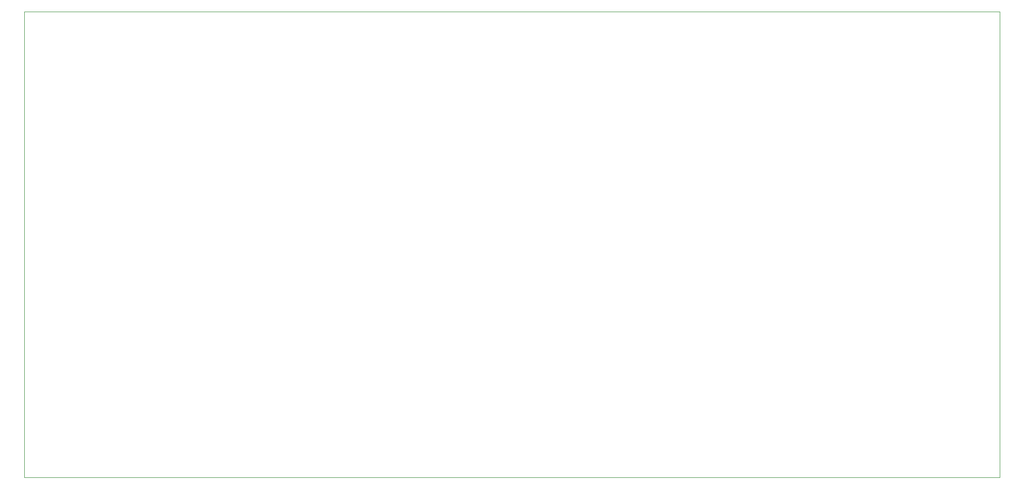
<source format=gbp>
G75*
%MOIN*%
%OFA0B0*%
%FSLAX25Y25*%
%IPPOS*%
%LPD*%
%AMOC8*
5,1,8,0,0,1.08239X$1,22.5*
%
%ADD10C,0.00000*%
D10*
X0003000Y0004250D02*
X0003000Y0324250D01*
X0673000Y0324250D01*
X0673000Y0004250D01*
X0003000Y0004250D01*
M02*

</source>
